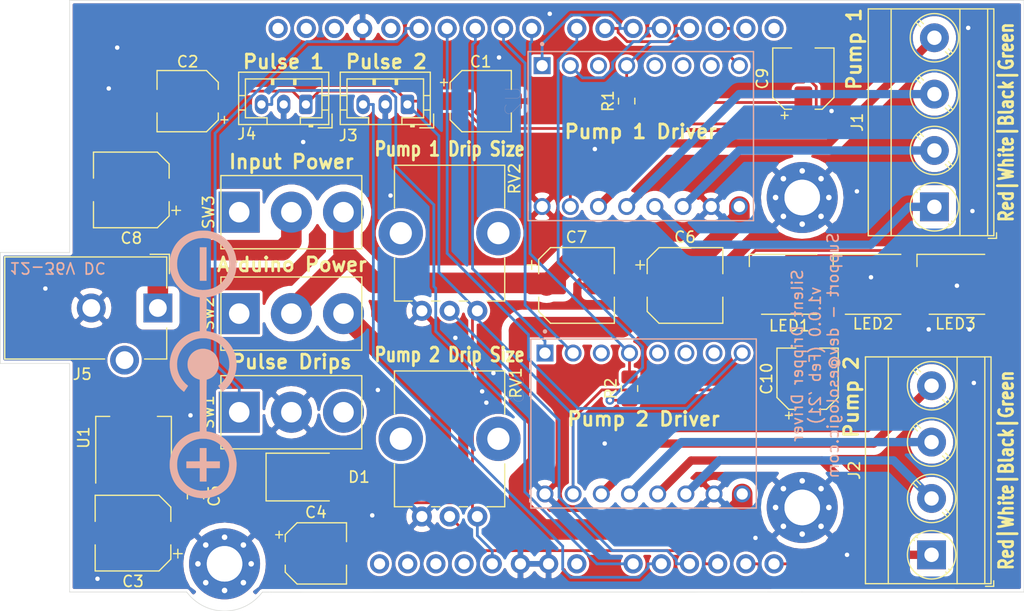
<source format=kicad_pcb>
(kicad_pcb (version 20171130) (host pcbnew 5.1.9-73d0e3b20d~88~ubuntu18.04.1)
  (title_block (title "Silent Dripper Driver") (date 2021-02-13) (rev v1.0.0) (company www.esologic.com) (comment 2 "For support, email dev@esologic.com, see esologic.com/silent-dripper for project overview.") (comment 3 "Heartbeat sensors can be found here: https://pulsesensor.com/") (comment 4 "Designed to drive two XP88-ST01 Peristaltic Pumps."))
  (layers (0 F.Cu signal hide) (31 B.Cu signal hide) (34 B.Paste user) (35 F.Paste user) (36 B.SilkS user) (37 F.SilkS user) (38 B.Mask user) (39 F.Mask user) (44 Edge.Cuts user))
  (net 0 "")
  (net 1 +12V)
  (net 2 GND)
  (net 3 +5V)
  (net 4 "Net-(J3-Pad3)")
  (net 5 TMC_1_EN_PIN)
  (net 6 "Net-(U2-PadJP1_7)")
  (net 7 "Net-(U2-PadJP1_6)")
  (net 8 "Net-(U2-PadJP1_5)")
  (net 9 TMC_1_SW_RX)
  (net 10 "Net-(U2-PadJP1_3)")
  (net 11 TMC_1_STEP_PIN)
  (net 12 TMC_1_DIR_PIN)
  (net 13 TMC_2_DIR_PIN)
  (net 14 TMC_2_STEP_PIN)
  (net 15 "Net-(U3-PadJP1_3)")
  (net 16 TMC_2_SW_RX)
  (net 17 "Net-(U3-PadJP1_5)")
  (net 18 "Net-(U3-PadJP1_6)")
  (net 19 "Net-(U3-PadJP1_7)")
  (net 20 TMC_2_EN_PIN)
  (net 21 "Net-(XA1-PadVIN)")
  (net 22 "Net-(XA1-Pad3V3)")
  (net 23 "Net-(XA1-PadRST1)")
  (net 24 "Net-(XA1-PadIORF)")
  (net 25 "Net-(XA1-PadD0)")
  (net 26 "Net-(XA1-PadD1)")
  (net 27 TMC_1_SW_TX)
  (net 28 TMC_2_SW_TX)
  (net 29 "Net-(XA1-PadSCL)")
  (net 30 "Net-(XA1-PadSDA)")
  (net 31 "Net-(XA1-PadAREF)")
  (net 32 "Net-(XA1-PadD13)")
  (net 33 "Net-(J4-Pad3)")
  (net 34 "Net-(LED1-Pad5)")
  (net 35 "Net-(LED1-Pad6)")
  (net 36 "Net-(LED2-Pad6)")
  (net 37 "Net-(LED2-Pad5)")
  (net 38 "Net-(LED3-Pad5)")
  (net 39 "Net-(LED3-Pad6)")
  (net 40 "Net-(SW1-Pad1)")
  (net 41 "Net-(SW1-Pad3)")
  (net 42 "Net-(SW2-Pad1)")
  (net 43 "Net-(SW3-Pad1)")
  (net 44 /Motor1_Green)
  (net 45 /Motor1_Black)
  (net 46 /Motor1_White)
  (net 47 /Motor1_Red)
  (net 48 /Motor2_Red)
  (net 49 /Motor2_White)
  (net 50 /Motor2_Black)
  (net 51 /Motor2_Green)
  (net 52 /Input_Trace_4)
  (net 53 /Input_Trace_3)
  (net 54 /Input_Trace_1)
  (net 55 LED_DATA_PIN)
  (net 56 LED_CLOCK_PIN)
  (net 57 /Pump_2_Drip_Size)
  (net 58 /Pump_1_Drip_Size)
  (module Arduino:Arduino_Uno_Shield (layer F.Cu) (at 108.025 127.71)
    (fp_text reference XA1 hide)
    (fp_text value Arduino_Uno_Shield hide)
    (pad A5 thru_hole oval (at 63.5 -2.54) (size 1.7272 1.7272) (drill 1.016) (layers *.Cu *.Mask) (net 55 LED_DATA_PIN))
    (pad A4 thru_hole oval (at 60.96 -2.54) (size 1.7272 1.7272) (drill 1.016) (layers *.Cu *.Mask) (net 56 LED_CLOCK_PIN))
    (pad A3 thru_hole oval (at 58.42 -2.54) (size 1.7272 1.7272) (drill 1.016) (layers *.Cu *.Mask) (net 57 /Pump_2_Drip_Size))
    (pad A2 thru_hole oval (at 55.88 -2.54) (size 1.7272 1.7272) (drill 1.016) (layers *.Cu *.Mask) (net 58 /Pump_1_Drip_Size))
    (pad A1 thru_hole oval (at 53.34 -2.54) (size 1.7272 1.7272) (drill 1.016) (layers *.Cu *.Mask) (net 4 "Net-(J3-Pad3)"))
    (pad "" thru_hole oval (at 27.94 -2.54) (size 1.7272 1.7272) (drill 1.016) (layers *.Cu *.Mask))
    (pad D11 thru_hole oval (at 34.036 -50.8) (size 1.7272 1.7272) (drill 1.016) (layers *.Cu *.Mask) (net 20 TMC_2_EN_PIN))
    (pad D12 thru_hole oval (at 31.496 -50.8) (size 1.7272 1.7272) (drill 1.016) (layers *.Cu *.Mask) (net 40 "Net-(SW1-Pad1)"))
    (pad D13 thru_hole oval (at 28.956 -50.8) (size 1.7272 1.7272) (drill 1.016) (layers *.Cu *.Mask) (net 32 "Net-(XA1-PadD13)"))
    (pad AREF thru_hole oval (at 23.876 -50.8) (size 1.7272 1.7272) (drill 1.016) (layers *.Cu *.Mask) (net 31 "Net-(XA1-PadAREF)"))
    (pad SDA thru_hole oval (at 21.336 -50.8) (size 1.7272 1.7272) (drill 1.016) (layers *.Cu *.Mask) (net 30 "Net-(XA1-PadSDA)"))
    (pad SCL thru_hole oval (at 18.796 -50.8) (size 1.7272 1.7272) (drill 1.016) (layers *.Cu *.Mask) (net 29 "Net-(XA1-PadSCL)"))
    (pad "" np_thru_hole circle (at 13.97 -2.54) (size 3.2 3.2) (drill 3.2) (layers *.Cu *.Mask))
    (pad "" np_thru_hole circle (at 66.04 -35.56) (size 3.2 3.2) (drill 3.2) (layers *.Cu *.Mask))
    (pad "" np_thru_hole circle (at 66.04 -7.62) (size 3.2 3.2) (drill 3.2) (layers *.Cu *.Mask))
    (pad D10 thru_hole oval (at 36.576 -50.8) (size 1.7272 1.7272) (drill 1.016) (layers *.Cu *.Mask) (net 13 TMC_2_DIR_PIN))
    (pad D9 thru_hole oval (at 39.116 -50.8) (size 1.7272 1.7272) (drill 1.016) (layers *.Cu *.Mask) (net 14 TMC_2_STEP_PIN))
    (pad D8 thru_hole oval (at 41.656 -50.8) (size 1.7272 1.7272) (drill 1.016) (layers *.Cu *.Mask) (net 16 TMC_2_SW_RX))
    (pad GND1 thru_hole oval (at 26.416 -50.8) (size 1.7272 1.7272) (drill 1.016) (layers *.Cu *.Mask) (net 2 GND))
    (pad D7 thru_hole oval (at 45.72 -50.8) (size 1.7272 1.7272) (drill 1.016) (layers *.Cu *.Mask) (net 28 TMC_2_SW_TX))
    (pad D6 thru_hole oval (at 48.26 -50.8) (size 1.7272 1.7272) (drill 1.016) (layers *.Cu *.Mask) (net 5 TMC_1_EN_PIN))
    (pad D5 thru_hole oval (at 50.8 -50.8) (size 1.7272 1.7272) (drill 1.016) (layers *.Cu *.Mask) (net 12 TMC_1_DIR_PIN))
    (pad D4 thru_hole oval (at 53.34 -50.8) (size 1.7272 1.7272) (drill 1.016) (layers *.Cu *.Mask) (net 11 TMC_1_STEP_PIN))
    (pad D3 thru_hole oval (at 55.88 -50.8) (size 1.7272 1.7272) (drill 1.016) (layers *.Cu *.Mask) (net 9 TMC_1_SW_RX))
    (pad D2 thru_hole oval (at 58.42 -50.8) (size 1.7272 1.7272) (drill 1.016) (layers *.Cu *.Mask) (net 27 TMC_1_SW_TX))
    (pad D1 thru_hole oval (at 60.96 -50.8) (size 1.7272 1.7272) (drill 1.016) (layers *.Cu *.Mask) (net 26 "Net-(XA1-PadD1)"))
    (pad D0 thru_hole oval (at 63.5 -50.8) (size 1.7272 1.7272) (drill 1.016) (layers *.Cu *.Mask) (net 25 "Net-(XA1-PadD0)"))
    (pad IORF thru_hole oval (at 30.48 -2.54) (size 1.7272 1.7272) (drill 1.016) (layers *.Cu *.Mask) (net 24 "Net-(XA1-PadIORF)"))
    (pad RST1 thru_hole oval (at 33.02 -2.54) (size 1.7272 1.7272) (drill 1.016) (layers *.Cu *.Mask) (net 23 "Net-(XA1-PadRST1)"))
    (pad 3V3 thru_hole oval (at 35.56 -2.54) (size 1.7272 1.7272) (drill 1.016) (layers *.Cu *.Mask) (net 22 "Net-(XA1-Pad3V3)"))
    (pad 5V1 thru_hole oval (at 38.1 -2.54) (size 1.7272 1.7272) (drill 1.016) (layers *.Cu *.Mask) (net 3 +5V))
    (pad GND2 thru_hole oval (at 40.64 -2.54) (size 1.7272 1.7272) (drill 1.016) (layers *.Cu *.Mask) (net 2 GND))
    (pad GND3 thru_hole oval (at 43.18 -2.54) (size 1.7272 1.7272) (drill 1.016) (layers *.Cu *.Mask) (net 2 GND))
    (pad VIN thru_hole oval (at 45.72 -2.54) (size 1.7272 1.7272) (drill 1.016) (layers *.Cu *.Mask) (net 21 "Net-(XA1-PadVIN)"))
    (pad A0 thru_hole oval (at 50.8 -2.54) (size 1.7272 1.7272) (drill 1.016) (layers *.Cu *.Mask) (net 33 "Net-(J4-Pad3)"))
  )
  (module TMC2208_SILENTSTEPSTICK:MODULE_TMC2208_SILENTSTEPSTICK (layer B.Cu) (at 159.766 112.522 270)
    (fp_text reference U3 (at -3.155 11.489 270) (layer B.SilkS) (effects (font (size 1.4 1.4) (thickness 0.015)) (justify mirror)))
    (fp_text value TMC2208_SILENTSTEPSTICK hide)
    (pad JP1_1 thru_hole rect (at -6.35 8.89 270) (size 1.524 1.524) (drill 1.016) (layers *.Cu *.Mask) (net 13 TMC_2_DIR_PIN))
    (pad JP1_2 thru_hole circle (at -6.35 6.35 270) (size 1.524 1.524) (drill 1.016) (layers *.Cu *.Mask) (net 14 TMC_2_STEP_PIN))
    (pad JP1_3 thru_hole circle (at -6.35 3.81 270) (size 1.524 1.524) (drill 1.016) (layers *.Cu *.Mask) (net 15 "Net-(U3-PadJP1_3)"))
    (pad JP1_4 thru_hole circle (at -6.35 1.27 270) (size 1.524 1.524) (drill 1.016) (layers *.Cu *.Mask) (net 16 TMC_2_SW_RX))
    (pad JP1_5 thru_hole circle (at -6.35 -1.27 270) (size 1.524 1.524) (drill 1.016) (layers *.Cu *.Mask) (net 17 "Net-(U3-PadJP1_5)"))
    (pad JP1_6 thru_hole circle (at -6.35 -3.81 270) (size 1.524 1.524) (drill 1.016) (layers *.Cu *.Mask) (net 18 "Net-(U3-PadJP1_6)"))
    (pad JP1_7 thru_hole circle (at -6.35 -6.35 270) (size 1.524 1.524) (drill 1.016) (layers *.Cu *.Mask) (net 19 "Net-(U3-PadJP1_7)"))
    (pad JP1_8 thru_hole circle (at -6.35 -8.89 270) (size 1.524 1.524) (drill 1.016) (layers *.Cu *.Mask) (net 20 TMC_2_EN_PIN))
    (pad JP2_1 thru_hole circle (at 6.35 -8.89 270) (size 1.524 1.524) (drill 1.016) (layers *.Cu *.Mask) (net 1 +12V))
    (pad JP2_2 thru_hole circle (at 6.35 -6.35 270) (size 1.524 1.524) (drill 1.016) (layers *.Cu *.Mask) (net 2 GND))
    (pad JP2_3 thru_hole circle (at 6.35 -3.81 270) (size 1.524 1.524) (drill 1.016) (layers *.Cu *.Mask) (net 49 /Motor2_White))
    (pad JP2_4 thru_hole circle (at 6.35 -1.27 270) (size 1.524 1.524) (drill 1.016) (layers *.Cu *.Mask) (net 48 /Motor2_Red))
    (pad JP2_5 thru_hole circle (at 6.35 1.27 270) (size 1.524 1.524) (drill 1.016) (layers *.Cu *.Mask) (net 50 /Motor2_Black))
    (pad JP2_6 thru_hole circle (at 6.35 3.81 270) (size 1.524 1.524) (drill 1.016) (layers *.Cu *.Mask) (net 51 /Motor2_Green))
    (pad JP2_7 thru_hole circle (at 6.35 6.35 270) (size 1.524 1.524) (drill 1.016) (layers *.Cu *.Mask) (net 3 +5V))
    (pad JP2_8 thru_hole circle (at 6.35 8.89 270) (size 1.524 1.524) (drill 1.016) (layers *.Cu *.Mask) (net 2 GND))
  )
  (module TMC2208_SILENTSTEPSTICK:MODULE_TMC2208_SILENTSTEPSTICK (layer B.Cu) (at 159.512 86.614 270)
    (fp_text reference U2 (at -3.155 11.489 270) (layer B.SilkS) (effects (font (size 1.4 1.4) (thickness 0.015)) (justify mirror)))
    (fp_text value TMC2208_SILENTSTEPSTICK hide)
    (pad JP2_8 thru_hole circle (at 6.35 8.89 270) (size 1.524 1.524) (drill 1.016) (layers *.Cu *.Mask) (net 2 GND))
    (pad JP2_7 thru_hole circle (at 6.35 6.35 270) (size 1.524 1.524) (drill 1.016) (layers *.Cu *.Mask) (net 3 +5V))
    (pad JP2_6 thru_hole circle (at 6.35 3.81 270) (size 1.524 1.524) (drill 1.016) (layers *.Cu *.Mask) (net 44 /Motor1_Green))
    (pad JP2_5 thru_hole circle (at 6.35 1.27 270) (size 1.524 1.524) (drill 1.016) (layers *.Cu *.Mask) (net 45 /Motor1_Black))
    (pad JP2_4 thru_hole circle (at 6.35 -1.27 270) (size 1.524 1.524) (drill 1.016) (layers *.Cu *.Mask) (net 47 /Motor1_Red))
    (pad JP2_3 thru_hole circle (at 6.35 -3.81 270) (size 1.524 1.524) (drill 1.016) (layers *.Cu *.Mask) (net 46 /Motor1_White))
    (pad JP2_2 thru_hole circle (at 6.35 -6.35 270) (size 1.524 1.524) (drill 1.016) (layers *.Cu *.Mask) (net 2 GND))
    (pad JP2_1 thru_hole circle (at 6.35 -8.89 270) (size 1.524 1.524) (drill 1.016) (layers *.Cu *.Mask) (net 1 +12V))
    (pad JP1_8 thru_hole circle (at -6.35 -8.89 270) (size 1.524 1.524) (drill 1.016) (layers *.Cu *.Mask) (net 5 TMC_1_EN_PIN))
    (pad JP1_7 thru_hole circle (at -6.35 -6.35 270) (size 1.524 1.524) (drill 1.016) (layers *.Cu *.Mask) (net 6 "Net-(U2-PadJP1_7)"))
    (pad JP1_6 thru_hole circle (at -6.35 -3.81 270) (size 1.524 1.524) (drill 1.016) (layers *.Cu *.Mask) (net 7 "Net-(U2-PadJP1_6)"))
    (pad JP1_5 thru_hole circle (at -6.35 -1.27 270) (size 1.524 1.524) (drill 1.016) (layers *.Cu *.Mask) (net 8 "Net-(U2-PadJP1_5)"))
    (pad JP1_4 thru_hole circle (at -6.35 1.27 270) (size 1.524 1.524) (drill 1.016) (layers *.Cu *.Mask) (net 9 TMC_1_SW_RX))
    (pad JP1_3 thru_hole circle (at -6.35 3.81 270) (size 1.524 1.524) (drill 1.016) (layers *.Cu *.Mask) (net 10 "Net-(U2-PadJP1_3)"))
    (pad JP1_2 thru_hole circle (at -6.35 6.35 270) (size 1.524 1.524) (drill 1.016) (layers *.Cu *.Mask) (net 11 TMC_1_STEP_PIN))
    (pad JP1_1 thru_hole rect (at -6.35 8.89 270) (size 1.524 1.524) (drill 1.016) (layers *.Cu *.Mask) (net 12 TMC_1_DIR_PIN))
  )
  (module Symbol:Polarity_Center_Positive_6mm_SilkScreen (layer B.Cu) (at 120.0658 107.188 270)
    (fp_text reference REF** hide)
    (fp_text value Polarity_Center_Positive_6mm_SilkScreen hide)
  )
  (module Capacitor_SMD:CP_Elec_5x5.7 (layer F.Cu) (at 145.085 83.4644)
    (fp_text reference C1 (at 0 -3.556) (layer F.SilkS))
    (fp_text value 47uF/6.3V)
    (pad 1 smd roundrect (at -2.2 0) (size 3 1.6) (layers F.Cu F.Paste F.Mask) (roundrect_rratio 0.15625) (net 3 +5V))
    (pad 2 smd roundrect (at 2.2 0) (size 3 1.6) (layers F.Cu F.Paste F.Mask) (roundrect_rratio 0.15625) (net 2 GND))
  )
  (module Capacitor_SMD:CP_Elec_5x5.7 (layer F.Cu) (at 118.669 83.4644 180)
    (fp_text reference C2 (at 0 3.556) (layer F.SilkS))
    (fp_text value 47uF/6.3V)
    (pad 2 smd roundrect (at 2.2 0 180) (size 3 1.6) (layers F.Cu F.Paste F.Mask) (roundrect_rratio 0.15625) (net 2 GND))
    (pad 1 smd roundrect (at -2.2 0 180) (size 3 1.6) (layers F.Cu F.Paste F.Mask) (roundrect_rratio 0.15625) (net 3 +5V))
  )
  (module Capacitor_SMD:CP_Elec_6.3x5.8 (layer F.Cu) (at 113.741 122.403 180)
    (fp_text reference C3 (at 0 -4.35) (layer F.SilkS))
    (fp_text value 47uF/25V)
    (pad 1 smd roundrect (at -2.7 0 180) (size 3.5 1.6) (layers F.Cu F.Paste F.Mask) (roundrect_rratio 0.15625) (net 52 /Input_Trace_4))
    (pad 2 smd roundrect (at 2.7 0 180) (size 3.5 1.6) (layers F.Cu F.Paste F.Mask) (roundrect_rratio 0.15625) (net 2 GND))
  )
  (module Capacitor_SMD:CP_Elec_5x5.7 (layer F.Cu) (at 130.226 124.231)
    (fp_text reference C4 (at 0 -3.7) (layer F.SilkS))
    (fp_text value 47uF/6.3V)
    (pad 1 smd roundrect (at -2.2 0) (size 3 1.6) (layers F.Cu F.Paste F.Mask) (roundrect_rratio 0.15625) (net 3 +5V))
    (pad 2 smd roundrect (at 2.2 0) (size 3 1.6) (layers F.Cu F.Paste F.Mask) (roundrect_rratio 0.15625) (net 2 GND))
  )
  (module Capacitor_SMD:CP_Elec_6.3x5.8 (layer F.Cu) (at 163.5 100.076)
    (fp_text reference C6 (at 0 -4.35) (layer F.SilkS))
    (fp_text value 100uF)
    (pad 2 smd roundrect (at 2.7 0) (size 3.5 1.6) (layers F.Cu F.Paste F.Mask) (roundrect_rratio 0.15625) (net 2 GND))
    (pad 1 smd roundrect (at -2.7 0) (size 3.5 1.6) (layers F.Cu F.Paste F.Mask) (roundrect_rratio 0.15625) (net 1 +12V))
  )
  (module Capacitor_SMD:CP_Elec_6.3x5.8 (layer F.Cu) (at 153.721 100.076)
    (fp_text reference C7 (at 0 -4.35) (layer F.SilkS))
    (fp_text value 100uF)
    (pad 1 smd roundrect (at -2.7 0) (size 3.5 1.6) (layers F.Cu F.Paste F.Mask) (roundrect_rratio 0.15625) (net 1 +12V))
    (pad 2 smd roundrect (at 2.7 0) (size 3.5 1.6) (layers F.Cu F.Paste F.Mask) (roundrect_rratio 0.15625) (net 2 GND))
  )
  (module MountingHole:MountingHole_3.2mm_M3_Pad_Via (layer F.Cu) (at 174.065 92.15)
    (fp_text reference H2 hide)
    (fp_text value MountingHole_Pad)
    (pad 1 thru_hole circle (at 1.697056 -1.697056) (size 0.8 0.8) (drill 0.5) (layers *.Cu *.Mask) (net 2 GND))
    (pad 1 thru_hole circle (at 0 -2.4) (size 0.8 0.8) (drill 0.5) (layers *.Cu *.Mask) (net 2 GND))
    (pad 1 thru_hole circle (at -1.697056 -1.697056) (size 0.8 0.8) (drill 0.5) (layers *.Cu *.Mask) (net 2 GND))
    (pad 1 thru_hole circle (at -2.4 0) (size 0.8 0.8) (drill 0.5) (layers *.Cu *.Mask) (net 2 GND))
    (pad 1 thru_hole circle (at -1.697056 1.697056) (size 0.8 0.8) (drill 0.5) (layers *.Cu *.Mask) (net 2 GND))
    (pad 1 thru_hole circle (at 0 2.4) (size 0.8 0.8) (drill 0.5) (layers *.Cu *.Mask) (net 2 GND))
    (pad 1 thru_hole circle (at 1.697056 1.697056) (size 0.8 0.8) (drill 0.5) (layers *.Cu *.Mask) (net 2 GND))
    (pad 1 thru_hole circle (at 2.4 0) (size 0.8 0.8) (drill 0.5) (layers *.Cu *.Mask) (net 2 GND))
    (pad 1 thru_hole circle (at 0 0) (size 6.4 6.4) (drill 3.2) (layers *.Cu *.Mask) (net 2 GND))
  )
  (module MountingHole:MountingHole_3.2mm_M3_Pad_Via (layer F.Cu) (at 121.995 125.17)
    (fp_text reference H3 hide)
    (fp_text value MountingHole_Pad)
    (pad 1 thru_hole circle (at 0 0) (size 6.4 6.4) (drill 3.2) (layers *.Cu *.Mask) (net 2 GND))
    (pad 1 thru_hole circle (at 2.4 0) (size 0.8 0.8) (drill 0.5) (layers *.Cu *.Mask) (net 2 GND))
    (pad 1 thru_hole circle (at 1.697056 1.697056) (size 0.8 0.8) (drill 0.5) (layers *.Cu *.Mask) (net 2 GND))
    (pad 1 thru_hole circle (at 0 2.4) (size 0.8 0.8) (drill 0.5) (layers *.Cu *.Mask) (net 2 GND))
    (pad 1 thru_hole circle (at -1.697056 1.697056) (size 0.8 0.8) (drill 0.5) (layers *.Cu *.Mask) (net 2 GND))
    (pad 1 thru_hole circle (at -2.4 0) (size 0.8 0.8) (drill 0.5) (layers *.Cu *.Mask) (net 2 GND))
    (pad 1 thru_hole circle (at -1.697056 -1.697056) (size 0.8 0.8) (drill 0.5) (layers *.Cu *.Mask) (net 2 GND))
    (pad 1 thru_hole circle (at 0 -2.4) (size 0.8 0.8) (drill 0.5) (layers *.Cu *.Mask) (net 2 GND))
    (pad 1 thru_hole circle (at 1.697056 -1.697056) (size 0.8 0.8) (drill 0.5) (layers *.Cu *.Mask) (net 2 GND))
  )
  (module MountingHole:MountingHole_3.2mm_M3_Pad_Via (layer F.Cu) (at 174.065 120.09)
    (fp_text reference H4 hide)
    (fp_text value MountingHole_Pad)
    (pad 1 thru_hole circle (at 1.697056 -1.697056) (size 0.8 0.8) (drill 0.5) (layers *.Cu *.Mask) (net 2 GND))
    (pad 1 thru_hole circle (at 0 -2.4) (size 0.8 0.8) (drill 0.5) (layers *.Cu *.Mask) (net 2 GND))
    (pad 1 thru_hole circle (at -1.697056 -1.697056) (size 0.8 0.8) (drill 0.5) (layers *.Cu *.Mask) (net 2 GND))
    (pad 1 thru_hole circle (at -2.4 0) (size 0.8 0.8) (drill 0.5) (layers *.Cu *.Mask) (net 2 GND))
    (pad 1 thru_hole circle (at -1.697056 1.697056) (size 0.8 0.8) (drill 0.5) (layers *.Cu *.Mask) (net 2 GND))
    (pad 1 thru_hole circle (at 0 2.4) (size 0.8 0.8) (drill 0.5) (layers *.Cu *.Mask) (net 2 GND))
    (pad 1 thru_hole circle (at 1.697056 1.697056) (size 0.8 0.8) (drill 0.5) (layers *.Cu *.Mask) (net 2 GND))
    (pad 1 thru_hole circle (at 2.4 0) (size 0.8 0.8) (drill 0.5) (layers *.Cu *.Mask) (net 2 GND))
    (pad 1 thru_hole circle (at 0 0) (size 6.4 6.4) (drill 3.2) (layers *.Cu *.Mask) (net 2 GND))
  )
  (module TerminalBlock_Phoenix:TerminalBlock_Phoenix_MKDS-3-4-5.08_1x04_P5.08mm_Horizontal (layer F.Cu) (at 185.979 92.9894 90)
    (fp_text reference J1 (at 7.62 -6.96 90) (layer F.SilkS))
    (fp_text value Screw_Terminal_01x04)
    (pad 4 thru_hole circle (at 15.24 0 90) (size 2.6 2.6) (drill 1.3) (layers *.Cu *.Mask) (net 44 /Motor1_Green))
    (pad 3 thru_hole circle (at 10.16 0 90) (size 2.6 2.6) (drill 1.3) (layers *.Cu *.Mask) (net 45 /Motor1_Black))
    (pad 2 thru_hole circle (at 5.08 0 90) (size 2.6 2.6) (drill 1.3) (layers *.Cu *.Mask) (net 46 /Motor1_White))
    (pad 1 thru_hole rect (at 0 0 90) (size 2.6 2.6) (drill 1.3) (layers *.Cu *.Mask) (net 47 /Motor1_Red))
  )
  (module TerminalBlock_Phoenix:TerminalBlock_Phoenix_MKDS-3-4-5.08_1x04_P5.08mm_Horizontal (layer F.Cu) (at 185.725 124.358 90)
    (fp_text reference J2 (at 7.62 -6.96 90) (layer F.SilkS))
    (fp_text value Screw_Terminal_01x04)
    (pad 1 thru_hole rect (at 0 0 90) (size 2.6 2.6) (drill 1.3) (layers *.Cu *.Mask) (net 48 /Motor2_Red))
    (pad 2 thru_hole circle (at 5.08 0 90) (size 2.6 2.6) (drill 1.3) (layers *.Cu *.Mask) (net 49 /Motor2_White))
    (pad 3 thru_hole circle (at 10.16 0 90) (size 2.6 2.6) (drill 1.3) (layers *.Cu *.Mask) (net 50 /Motor2_Black))
    (pad 4 thru_hole circle (at 15.24 0 90) (size 2.6 2.6) (drill 1.3) (layers *.Cu *.Mask) (net 51 /Motor2_Green))
  )
  (module Connector_JST:JST_PH_B3B-PH-K_1x03_P2.00mm_Vertical (layer F.Cu) (at 138.481 83.7604 180)
    (fp_text reference J3 (at 5.334 -2.794) (layer F.SilkS))
    (fp_text value Conn_01x03_Female)
    (pad 3 thru_hole oval (at 4 0 180) (size 1.2 1.75) (drill 0.75) (layers *.Cu *.Mask) (net 4 "Net-(J3-Pad3)"))
    (pad 2 thru_hole oval (at 2 0 180) (size 1.2 1.75) (drill 0.75) (layers *.Cu *.Mask) (net 2 GND))
    (pad 1 thru_hole roundrect (at 0 0 180) (size 1.2 1.75) (drill 0.75) (layers *.Cu *.Mask) (roundrect_rratio 0.2083325) (net 3 +5V))
  )
  (module Connector_JST:JST_PH_B3B-PH-K_1x03_P2.00mm_Vertical (layer F.Cu) (at 129.325 83.7604 180)
    (fp_text reference J4 (at 5.334 -2.667) (layer F.SilkS))
    (fp_text value Conn_01x03_Female)
    (pad 1 thru_hole roundrect (at 0 0 180) (size 1.2 1.75) (drill 0.75) (layers *.Cu *.Mask) (roundrect_rratio 0.2083325) (net 3 +5V))
    (pad 2 thru_hole oval (at 2 0 180) (size 1.2 1.75) (drill 0.75) (layers *.Cu *.Mask) (net 2 GND))
    (pad 3 thru_hole oval (at 4 0 180) (size 1.2 1.75) (drill 0.75) (layers *.Cu *.Mask) (net 33 "Net-(J4-Pad3)"))
  )
  (module Connector_BarrelJack:BarrelJack_CUI_PJ-102AH_Horizontal (layer F.Cu) (at 115.982 102.108 270)
    (fp_text reference J5 (at 5.969 6.8128) (layer F.SilkS))
    (fp_text value Barrel_Jack)
    (pad 1 thru_hole rect (at 0 0 270) (size 2.6 2.6) (drill 1.6) (layers *.Cu *.Mask) (net 54 /Input_Trace_1))
    (pad 2 thru_hole circle (at 0 6 270) (size 2.6 2.6) (drill 1.6) (layers *.Cu *.Mask) (net 2 GND))
    (pad 3 thru_hole circle (at 4.7 3 270) (size 2.6 2.6) (drill 1.6) (layers *.Cu *.Mask))
  )
  (module LED_SMD:LED_RGB_5050-6 (layer F.Cu) (at 172.898 99.9744)
    (fp_text reference LED1 (at 0 3.732 180) (layer F.SilkS))
    (fp_text value APA102)
    (pad 1 smd rect (at -2.4 -1.7 90) (size 1.1 2) (layers F.Cu F.Paste F.Mask) (net 55 LED_DATA_PIN))
    (pad 2 smd rect (at -2.4 0 90) (size 1.1 2) (layers F.Cu F.Paste F.Mask) (net 56 LED_CLOCK_PIN))
    (pad 3 smd rect (at -2.4 1.7 90) (size 1.1 2) (layers F.Cu F.Paste F.Mask) (net 2 GND))
    (pad 4 smd rect (at 2.4 1.7 90) (size 1.1 2) (layers F.Cu F.Paste F.Mask) (net 3 +5V))
    (pad 5 smd rect (at 2.4 0 90) (size 1.1 2) (layers F.Cu F.Paste F.Mask) (net 34 "Net-(LED1-Pad5)"))
    (pad 6 smd rect (at 2.4 -1.7 90) (size 1.1 2) (layers F.Cu F.Paste F.Mask) (net 35 "Net-(LED1-Pad6)"))
  )
  (module LED_SMD:LED_RGB_5050-6 (layer F.Cu) (at 180.454 99.9744)
    (fp_text reference LED2 (at 0 3.556 180) (layer F.SilkS))
    (fp_text value APA102)
    (pad 6 smd rect (at 2.4 -1.7 90) (size 1.1 2) (layers F.Cu F.Paste F.Mask) (net 36 "Net-(LED2-Pad6)"))
    (pad 5 smd rect (at 2.4 0 90) (size 1.1 2) (layers F.Cu F.Paste F.Mask) (net 37 "Net-(LED2-Pad5)"))
    (pad 4 smd rect (at 2.4 1.7 90) (size 1.1 2) (layers F.Cu F.Paste F.Mask) (net 3 +5V))
    (pad 3 smd rect (at -2.4 1.7 90) (size 1.1 2) (layers F.Cu F.Paste F.Mask) (net 2 GND))
    (pad 2 smd rect (at -2.4 0 90) (size 1.1 2) (layers F.Cu F.Paste F.Mask) (net 34 "Net-(LED1-Pad5)"))
    (pad 1 smd rect (at -2.4 -1.7 90) (size 1.1 2) (layers F.Cu F.Paste F.Mask) (net 35 "Net-(LED1-Pad6)"))
  )
  (module LED_SMD:LED_RGB_5050-6 (layer F.Cu) (at 188.011 99.9744)
    (fp_text reference LED3 (at -0.127 3.556 180) (layer F.SilkS))
    (fp_text value APA102)
    (pad 1 smd rect (at -2.4 -1.7 90) (size 1.1 2) (layers F.Cu F.Paste F.Mask) (net 36 "Net-(LED2-Pad6)"))
    (pad 2 smd rect (at -2.4 0 90) (size 1.1 2) (layers F.Cu F.Paste F.Mask) (net 37 "Net-(LED2-Pad5)"))
    (pad 3 smd rect (at -2.4 1.7 90) (size 1.1 2) (layers F.Cu F.Paste F.Mask) (net 2 GND))
    (pad 4 smd rect (at 2.4 1.7 90) (size 1.1 2) (layers F.Cu F.Paste F.Mask) (net 3 +5V))
    (pad 5 smd rect (at 2.4 0 90) (size 1.1 2) (layers F.Cu F.Paste F.Mask) (net 38 "Net-(LED3-Pad5)"))
    (pad 6 smd rect (at 2.4 -1.7 90) (size 1.1 2) (layers F.Cu F.Paste F.Mask) (net 39 "Net-(LED3-Pad6)"))
  )
  (module Capacitor_SMD:C_0805_2012Metric_Pad1.18x1.45mm_HandSolder (layer F.Cu) (at 158.242 83.4605 90)
    (fp_text reference R1 (at 0 -1.68 90) (layer F.SilkS))
    (fp_text value 1k)
    (pad 1 smd roundrect (at -1.0375 0 90) (size 1.175 1.45) (layers F.Cu F.Paste F.Mask) (roundrect_rratio 0.2127659574468085) (net 27 TMC_1_SW_TX))
    (pad 2 smd roundrect (at 1.0375 0 90) (size 1.175 1.45) (layers F.Cu F.Paste F.Mask) (roundrect_rratio 0.2127659574468085) (net 9 TMC_1_SW_RX))
  )
  (module Capacitor_SMD:C_0805_2012Metric_Pad1.18x1.45mm_HandSolder (layer F.Cu) (at 158.496 109.368 90)
    (fp_text reference R2 (at 0 -1.68 90) (layer F.SilkS))
    (fp_text value 1k)
    (pad 2 smd roundrect (at 1.0375 0 90) (size 1.175 1.45) (layers F.Cu F.Paste F.Mask) (roundrect_rratio 0.2127659574468085) (net 16 TMC_2_SW_RX))
    (pad 1 smd roundrect (at -1.0375 0 90) (size 1.175 1.45) (layers F.Cu F.Paste F.Mask) (roundrect_rratio 0.2127659574468085) (net 28 TMC_2_SW_TX))
  )
  (module Potentiometer_THT:Potentiometer_Bourns_PTV09A-1_Single_Vertical (layer F.Cu) (at 144.78 120.904 90)
    (fp_text reference RV1 (at 12.0396 3.4798 270) (layer F.SilkS))
    (fp_text value R_POT)
    (pad 3 thru_hole circle (at 0 -5 90) (size 1.8 1.8) (drill 1) (layers *.Cu *.Mask) (net 2 GND))
    (pad 2 thru_hole circle (at 0 -2.5 90) (size 1.8 1.8) (drill 1) (layers *.Cu *.Mask) (net 57 /Pump_2_Drip_Size))
    (pad 1 thru_hole circle (at 0 0 90) (size 1.8 1.8) (drill 1) (layers *.Cu *.Mask) (net 3 +5V))
    (pad "" np_thru_hole circle (at 7 -6.9 90) (size 4 4) (drill 2) (layers *.Cu *.Mask))
    (pad "" np_thru_hole circle (at 7 1.9 90) (size 4 4) (drill 2) (layers *.Cu *.Mask))
  )
  (module Potentiometer_THT:Potentiometer_Bourns_PTV09A-1_Single_Vertical (layer F.Cu) (at 144.78 102.362 90)
    (fp_text reference RV2 (at 11.9126 3.3528 270) (layer F.SilkS))
    (fp_text value R_POT)
    (pad "" np_thru_hole circle (at 7 1.9 90) (size 4 4) (drill 2) (layers *.Cu *.Mask))
    (pad "" np_thru_hole circle (at 7 -6.9 90) (size 4 4) (drill 2) (layers *.Cu *.Mask))
    (pad 1 thru_hole circle (at 0 0 90) (size 1.8 1.8) (drill 1) (layers *.Cu *.Mask) (net 3 +5V))
    (pad 2 thru_hole circle (at 0 -2.5 90) (size 1.8 1.8) (drill 1) (layers *.Cu *.Mask) (net 58 /Pump_1_Drip_Size))
    (pad 3 thru_hole circle (at 0 -5 90) (size 1.8 1.8) (drill 1) (layers *.Cu *.Mask) (net 2 GND))
  )
  (module E-Switch:500SSP3S1M2QEA (layer F.Cu) (at 128.016 111.506 90)
    (fp_text reference SW1 (at 0 -7.493 90) (layer F.SilkS))
    (fp_text value SW_SPDT)
    (pad 2 thru_hole circle (at 0 0 90) (size 3.7 3.7) (drill 1.85) (layers *.Cu *.Mask) (net 2 GND))
    (pad 1 thru_hole rect (at 0 -4.7 90) (size 3.7 3.7) (drill 1.85) (layers *.Cu *.Mask) (net 40 "Net-(SW1-Pad1)"))
    (pad 3 thru_hole circle (at 0 4.7 90) (size 3.7 3.7) (drill 1.85) (layers *.Cu *.Mask) (net 41 "Net-(SW1-Pad3)"))
  )
  (module E-Switch:500SSP3S1M2QEA (layer F.Cu) (at 128.016 102.616 90)
    (fp_text reference SW2 (at 0 -7.493 90) (layer F.SilkS))
    (fp_text value SW_SPDT)
    (pad 3 thru_hole circle (at 0 4.7 90) (size 3.7 3.7) (drill 1.85) (layers *.Cu *.Mask) (net 53 /Input_Trace_3))
    (pad 1 thru_hole rect (at 0 -4.7 90) (size 3.7 3.7) (drill 1.85) (layers *.Cu *.Mask) (net 42 "Net-(SW2-Pad1)"))
    (pad 2 thru_hole circle (at 0 0 90) (size 3.7 3.7) (drill 1.85) (layers *.Cu *.Mask) (net 1 +12V))
  )
  (module E-Switch:500SSP3S1M2QEA (layer F.Cu) (at 128.016 93.472 90)
    (fp_text reference SW3 (at 0 -7.4676 90) (layer F.SilkS))
    (fp_text value SW_SPDT)
    (pad 2 thru_hole circle (at 0 0 90) (size 3.7 3.7) (drill 1.85) (layers *.Cu *.Mask) (net 54 /Input_Trace_1))
    (pad 1 thru_hole rect (at 0 -4.7 90) (size 3.7 3.7) (drill 1.85) (layers *.Cu *.Mask) (net 43 "Net-(SW3-Pad1)"))
    (pad 3 thru_hole circle (at 0 4.7 90) (size 3.7 3.7) (drill 1.85) (layers *.Cu *.Mask) (net 1 +12V))
  )
  (module Package_TO_SOT_SMD:SOT-223-3_TabPin2 (layer F.Cu) (at 113.792 113.792 90)
    (fp_text reference U1 (at 0 -4.5 90) (layer F.SilkS))
    (fp_text value NCP1117ST50T3G)
    (pad 2 smd rect (at 3.15 0 90) (size 2 3.8) (layers F.Cu F.Paste F.Mask) (net 3 +5V))
    (pad 2 smd rect (at -3.15 0 90) (size 2 1.5) (layers F.Cu F.Paste F.Mask) (net 3 +5V))
    (pad 3 smd rect (at -3.15 2.3 90) (size 2 1.5) (layers F.Cu F.Paste F.Mask) (net 52 /Input_Trace_4))
    (pad 1 smd rect (at -3.15 -2.3 90) (size 2 1.5) (layers F.Cu F.Paste F.Mask) (net 2 GND))
  )
  (module Capacitor_SMD:C_0805_2012Metric_Pad1.18x1.45mm_HandSolder (layer F.Cu) (at 119.38 119.054 270)
    (fp_text reference C5 (at 0 -1.68 90) (layer F.SilkS))
    (fp_text value 100nF)
    (pad 1 smd roundrect (at -1.0375 0 270) (size 1.175 1.45) (layers F.Cu F.Paste F.Mask) (roundrect_rratio 0.2127659574468085) (net 3 +5V))
    (pad 2 smd roundrect (at 1.0375 0 270) (size 1.175 1.45) (layers F.Cu F.Paste F.Mask) (roundrect_rratio 0.2127659574468085) (net 2 GND))
  )
  (module Diode_SMD:D_SMB (layer F.Cu) (at 129.286 117.348)
    (fp_text reference D1 (at 4.826 0) (layer F.SilkS))
    (fp_text value S1MB-13-F)
    (pad 1 smd rect (at -2.15 0) (size 2.5 2.3) (layers F.Cu F.Paste F.Mask) (net 52 /Input_Trace_4))
    (pad 2 smd rect (at 2.15 0) (size 2.5 2.3) (layers F.Cu F.Paste F.Mask) (net 53 /Input_Trace_3))
  )
  (module Capacitor_SMD:CP_Elec_6.3x5.8 (layer F.Cu) (at 113.589 91.4654 180)
    (fp_text reference C8 (at 0 -4.35) (layer F.SilkS))
    (fp_text value 100uF)
    (pad 1 smd roundrect (at -2.7 0 180) (size 3.5 1.6) (layers F.Cu F.Paste F.Mask) (roundrect_rratio 0.15625) (net 54 /Input_Trace_1))
    (pad 2 smd roundrect (at 2.7 0 180) (size 3.5 1.6) (layers F.Cu F.Paste F.Mask) (roundrect_rratio 0.15625) (net 2 GND))
  )
  (module Capacitor_SMD:CP_Elec_5x5.7 (layer F.Cu) (at 174.168 81.4324 90)
    (fp_text reference C9 (at 0 -3.7 90) (layer F.SilkS))
    (fp_text value 47uF/6.3V)
    (pad 1 smd roundrect (at -2.2 0 90) (size 3 1.6) (layers F.Cu F.Paste F.Mask) (roundrect_rratio 0.15625) (net 3 +5V))
    (pad 2 smd roundrect (at 2.2 0 90) (size 3 1.6) (layers F.Cu F.Paste F.Mask) (roundrect_rratio 0.15625) (net 2 GND))
  )
  (module Capacitor_SMD:CP_Elec_5x5.7 (layer F.Cu) (at 174.549 108.483 90)
    (fp_text reference C10 (at 0 -3.7 90) (layer F.SilkS))
    (fp_text value 47uF/6.3V)
    (pad 2 smd roundrect (at 2.2 0 90) (size 3 1.6) (layers F.Cu F.Paste F.Mask) (roundrect_rratio 0.15625) (net 2 GND))
    (pad 1 smd roundrect (at -2.2 0 90) (size 3 1.6) (layers F.Cu F.Paste F.Mask) (roundrect_rratio 0.15625) (net 3 +5V))
  )
  (gr_text Red|White|Black|Green (at 192.4558 116.738 90) (layer F.SilkS) (effects (font (size 1.25 1) (thickness 0.25))))
  (gr_text Red|White|Black|Green (at 192.4558 85.3694 90) (layer F.SilkS) (effects (font (size 1.25 1) (thickness 0.25))))
  (gr_text "Pump 2 Drip Size" (at 142.28 106.3244) (layer F.SilkS) (effects (font (size 1.25 1) (thickness 0.25))))
  (gr_text "Pump 2 Driver" (at 159.766 112.1195) (layer F.SilkS) (effects (font (size 1.25 1.25) (thickness 0.25))))
  (gr_text "Pump 1 Driver" (at 159.512 86.2115) (layer F.SilkS) (effects (font (size 1.25 1.25) (thickness 0.25))))
  (gr_text "Pump 2" (at 178.4858 110.1344 90) (layer F.SilkS) (effects (font (size 1.25 1.25) (thickness 0.25))))
  (gr_text "Pump 1" (at 178.7398 78.7654 90) (layer F.SilkS) (effects (font (size 1.25 1.25) (thickness 0.25))))
  (gr_text "Pump 1 Drip Size" (at 142.28 87.7824) (layer F.SilkS) (effects (font (size 1.25 1) (thickness 0.25))))
  (gr_text "Pulse Drips" (at 128.016 106.9594) (layer F.SilkS) (effects (font (size 1.25 1.25) (thickness 0.25))))
  (gr_text "Arduino Power" (at 128.0668 98.1964) (layer F.SilkS) (effects (font (size 1.25 1.25) (thickness 0.25))))
  (gr_text "Input Power" (at 128.016 88.9254) (layer F.SilkS) (effects (font (size 1.25 1.25) (thickness 0.25))))
  (gr_text "Pulse 2" (at 136.5758 79.9084) (layer F.SilkS) (effects (font (size 1.25 1.25) (thickness 0.25))))
  (gr_text "Pulse 1" (at 127.3048 79.9084) (layer F.SilkS) (effects (font (size 1.25 1.25) (thickness 0.25))))
  (gr_text "Silent Dripper Driver\nv1.0.0 (Feb '21)\nSupport - dev@esologic.com" (at 175.2346 106.4006 90) (layer B.SilkS) (effects (font (size 1 1)) (justify mirror)))
  (gr_text "12-36V DC" (at 106.9594 98.5012 180) (layer B.SilkS) (effects (font (size 1 1)) (justify mirror)))
  (gr_line (start 194.056 74.3712) (end 194.056 127.508) (layer Edge.Cuts) (width 0.05))
  (gr_line (start 108.0262 107.1118) (end 101.7778 107.1118) (layer Edge.Cuts) (width 0.05))
  (gr_line (start 108.0262 110.4138) (end 108.0262 107.1118) (layer Edge.Cuts) (width 0.05))
  (gr_line (start 101.7778 97.1042) (end 101.7778 107.1118) (layer Edge.Cuts) (width 0.05))
  (gr_line (start 108.0262 97.1042) (end 101.7778 97.1042) (layer Edge.Cuts) (width 0.05))
  (gr_line (start 108.0262 74.3712) (end 108.0262 97.1042) (layer Edge.Cuts) (width 0.05))
  (gr_line (start 174.0408 127.7112) (end 194.056 127.7112) (layer Edge.Cuts) (width 0.05))
  (gr_line (start 194.056 127.508) (end 194.056 127.7112) (layer Edge.Cuts) (width 0.05))
  (gr_line (start 108.0262 74.3712) (end 194.056 74.3712) (layer Edge.Cuts) (width 0.05))
  (gr_line (start 118.583601 127.7112) (end 108.0262 127.7112) (layer Edge.Cuts) (width 0.05))
  (gr_line (start 126.1872 127.719179) (end 174.0408 127.7112) (layer Edge.Cuts) (width 0.05))
  (gr_line (start 125.400443 127.719179) (end 126.1872 127.719179) (layer Edge.Cuts) (width 0.05))
  (gr_arc (start 121.995001 125.170001) (end 118.583601 127.7112) (angle -106.5) (layer Edge.Cuts) (width 0.05))
  (gr_line (start 108.0262 110.4138) (end 108.0262 127.7112) (layer Edge.Cuts) (width 0.05))
  (segment (start 133.0422 97.3695) (end 128.016 102.3957) (width 1.85) (layer F.Cu) (net 1))
  (segment (start 128.016 102.3957) (end 128.016 102.616) (width 1.85) (layer F.Cu) (net 1))
  (segment (start 151.021 100.076) (end 150.7881 99.8431) (width 1.85) (layer F.Cu) (net 1))
  (segment (start 150.7881 99.8431) (end 135.5158 99.8431) (width 1.85) (layer F.Cu) (net 1))
  (segment (start 135.5158 99.8431) (end 133.0422 97.3695) (width 1.85) (layer F.Cu) (net 1))
  (segment (start 132.716 93.472) (end 132.716 97.0433) (width 1.85) (layer F.Cu) (net 1))
  (segment (start 132.716 97.0433) (end 133.0422 97.3695) (width 1.85) (layer F.Cu) (net 1))
  (segment (start 161.3106 97.701) (end 160.8 98.2116) (width 1.85) (layer F.Cu) (net 1))
  (segment (start 160.8 98.2116) (end 160.8 100.076) (width 1.85) (layer F.Cu) (net 1))
  (segment (start 161.3106 97.701) (end 164.743 97.701) (width 1.85) (layer F.Cu) (net 1))
  (segment (start 164.743 97.701) (end 168.402 94.0416) (width 1.85) (layer F.Cu) (net 1))
  (segment (start 168.402 94.0416) (end 168.402 92.964) (width 1.85) (layer F.Cu) (net 1))
  (segment (start 151.021 100.076) (end 153.396 97.701) (width 1.85) (layer F.Cu) (net 1))
  (segment (start 153.396 97.701) (end 161.3106 97.701) (width 1.85) (layer F.Cu) (net 1))
  (segment (start 160.8 100.076) (end 160.8 100.876) (width 1.85) (layer F.Cu) (net 1))
  (segment (start 160.8 100.876) (end 157.841 103.835) (width 1.85) (layer F.Cu) (net 1))
  (segment (start 157.841 103.835) (end 148.854 103.835) (width 1.85) (layer F.Cu) (net 1))
  (segment (start 148.854 103.835) (end 148.539 104.15) (width 1.85) (layer F.Cu) (net 1))
  (segment (start 148.539 104.15) (end 148.539 110.472) (width 1.85) (layer F.Cu) (net 1))
  (segment (start 148.539 110.472) (end 150.255 112.188) (width 1.85) (layer F.Cu) (net 1))
  (segment (start 150.255 112.188) (end 150.255 116.034) (width 1.85) (layer F.Cu) (net 1))
  (segment (start 150.255 116.034) (end 148.539 117.75) (width 1.85) (layer F.Cu) (net 1))
  (segment (start 148.539 117.75) (end 148.539 119.994) (width 1.85) (layer F.Cu) (net 1))
  (segment (start 148.539 119.994) (end 150.618 122.072) (width 1.85) (layer F.Cu) (net 1))
  (segment (start 150.618 122.072) (end 166.421 122.072) (width 1.85) (layer F.Cu) (net 1))
  (segment (start 166.421 122.072) (end 168.656 119.837) (width 1.85) (layer F.Cu) (net 1))
  (segment (start 168.656 119.837) (end 168.656 118.872) (width 1.85) (layer F.Cu) (net 1))
  (via (at 188.0108 100.1014) (size 0.8) (drill 0.4) (layers F.Cu B.Cu) (net 2))
  (via (at 180.2638 99.3394) (size 0.8) (drill 0.4) (layers F.Cu B.Cu) (net 2))
  (via (at 189.1538 104.0384) (size 0.8) (drill 0.4) (layers F.Cu B.Cu) (net 2))
  (via (at 185.4708 104.0384) (size 0.8) (drill 0.4) (layers F.Cu B.Cu) (net 2))
  (via (at 145.5928 110.6424) (size 0.8) (drill 0.4) (layers F.Cu B.Cu) (net 2))
  (via (at 145.2118 109.6264) (size 0.8) (drill 0.4) (layers F.Cu B.Cu) (net 2))
  (via (at 146.2278 107.9754) (size 0.8) (drill 0.4) (layers F.Cu B.Cu) (net 2))
  (via (at 142.7988 104.8004) (size 0.8) (drill 0.4) (layers F.Cu B.Cu) (net 2))
  (via (at 112.3188 78.6384) (size 0.8) (drill 0.4) (layers F.Cu B.Cu) (net 2))
  (via (at 111.5568 82.3214) (size 0.8) (drill 0.4) (layers F.Cu B.Cu) (net 2))
  (via (at 105.8418 100.3554) (size 0.8) (drill 0.4) (layers F.Cu B.Cu) (net 2))
  (via (at 110.5408 126.5174) (size 0.8) (drill 0.4) (layers F.Cu B.Cu) (net 2))
  (via (at 135.3058 120.8024) (size 0.8) (drill 0.4) (layers F.Cu B.Cu) (net 2))
  (via (at 118.9228 111.7854) (size 0.8) (drill 0.4) (layers F.Cu B.Cu) (net 2))
  (via (at 156.2608 114.3254) (size 0.8) (drill 0.4) (layers F.Cu B.Cu) (net 2))
  (via (at 178.1048 124.3584) (size 0.8) (drill 0.4) (layers F.Cu B.Cu) (net 2))
  (via (at 189.5348 108.8644) (size 0.8) (drill 0.4) (layers F.Cu B.Cu) (net 2))
  (via (at 189.0268 76.8604) (size 0.8) (drill 0.4) (layers F.Cu B.Cu) (net 2))
  (via (at 189.4078 93.3704) (size 0.8) (drill 0.4) (layers F.Cu B.Cu) (net 2))
  (via (at 178.9938 91.5924) (size 0.8) (drill 0.4) (layers F.Cu B.Cu) (net 2))
  (via (at 176.7078 84.3534) (size 0.8) (drill 0.4) (layers F.Cu B.Cu) (net 2))
  (via (at 155.3718 87.7824) (size 0.8) (drill 0.4) (layers F.Cu B.Cu) (net 2))
  (via (at 146.7358 79.5274) (size 0.8) (drill 0.4) (layers F.Cu B.Cu) (net 2))
  (via (at 151.3078 75.5904) (size 0.8) (drill 0.4) (layers F.Cu B.Cu) (net 2))
  (via (at 169.8498 122.8344) (size 0.8) (drill 0.4) (layers F.Cu B.Cu) (net 2))
  (via (at 136.9568 91.9734) (size 0.8) (drill 0.4) (layers F.Cu B.Cu) (net 2))
  (via (at 129.0828 87.1474) (size 0.8) (drill 0.4) (layers F.Cu B.Cu) (net 2))
  (via (at 135.8138 109.4994) (size 0.8) (drill 0.4) (layers F.Cu B.Cu) (net 2))
  (segment (start 129.1614 119.6637) (end 129.1614 115.849) (width 0.25) (layer F.Cu) (net 3))
  (segment (start 129.1614 115.849) (end 127.4265 114.1141) (width 0.25) (layer F.Cu) (net 3))
  (segment (start 127.4265 114.1141) (end 116.0594 114.1141) (width 0.25) (layer F.Cu) (net 3))
  (segment (start 128.026 120.814) (end 129.1614 119.6786) (width 0.25) (layer F.Cu) (net 3))
  (segment (start 129.1614 119.6786) (end 129.1614 119.6637) (width 0.25) (layer F.Cu) (net 3))
  (segment (start 129.1614 119.6637) (end 144.3409 119.6637) (width 0.25) (layer F.Cu) (net 3))
  (segment (start 144.3409 119.6637) (end 144.3409 120.4649) (width 0.25) (layer F.Cu) (net 3))
  (segment (start 144.3409 120.4649) (end 144.78 120.904) (width 0.25) (layer F.Cu) (net 3))
  (segment (start 144.78 102.362) (end 144.3409 102.8011) (width 0.25) (layer F.Cu) (net 3))
  (segment (start 144.3409 102.8011) (end 144.3409 119.6637) (width 0.25) (layer F.Cu) (net 3))
  (segment (start 128.026 124.231) (end 128.026 120.814) (width 0.25) (layer F.Cu) (net 3))
  (segment (start 119.38 118.0165) (end 122.1775 120.814) (width 0.25) (layer F.Cu) (net 3))
  (segment (start 122.1775 120.814) (end 128.026 120.814) (width 0.25) (layer F.Cu) (net 3))
  (segment (start 144.78 102.362) (end 144.78 103.129) (width 0.25) (layer B.Cu) (net 3))
  (segment (start 144.78 103.129) (end 153.416 111.765) (width 0.25) (layer B.Cu) (net 3))
  (segment (start 153.416 111.765) (end 153.416 118.872) (width 0.25) (layer B.Cu) (net 3))
  (segment (start 144.78 102.362) (end 141.3117 98.8937) (width 0.25) (layer B.Cu) (net 3))
  (segment (start 141.3117 98.8937) (end 141.3117 86.5911) (width 0.25) (layer B.Cu) (net 3))
  (segment (start 141.3117 86.5911) (end 138.481 83.7604) (width 0.25) (layer B.Cu) (net 3))
  (segment (start 146.125 125.17) (end 146.125 123.9811) (width 0.25) (layer B.Cu) (net 3))
  (segment (start 146.125 123.9811) (end 144.78 122.6361) (width 0.25) (layer B.Cu) (net 3))
  (segment (start 144.78 122.6361) (end 144.78 120.904) (width 0.25) (layer B.Cu) (net 3))
  (segment (start 181.5287 101.6744) (end 180.6534 102.5497) (width 0.25) (layer F.Cu) (net 3))
  (segment (start 180.6534 102.5497) (end 176.8421 102.5497) (width 0.25) (layer F.Cu) (net 3))
  (segment (start 176.8421 102.5497) (end 176.6233 102.3309) (width 0.25) (layer F.Cu) (net 3))
  (segment (start 176.6233 102.3309) (end 176.6233 101.6744) (width 0.25) (layer F.Cu) (net 3))
  (segment (start 175.298 101.6744) (end 176.6233 101.6744) (width 0.25) (layer F.Cu) (net 3))
  (segment (start 189.0857 101.6744) (end 188.2104 102.5497) (width 0.25) (layer F.Cu) (net 3))
  (segment (start 188.2104 102.5497) (end 182.404 102.5497) (width 0.25) (layer F.Cu) (net 3))
  (segment (start 182.404 102.5497) (end 181.5287 101.6744) (width 0.25) (layer F.Cu) (net 3))
  (segment (start 175.298 101.6744) (end 173.9727 101.6744) (width 0.25) (layer F.Cu) (net 3))
  (segment (start 173.2777 109.493) (end 173.2777 102.3694) (width 0.25) (layer F.Cu) (net 3))
  (segment (start 173.2777 102.3694) (end 173.9727 101.6744) (width 0.25) (layer F.Cu) (net 3))
  (segment (start 173.2777 109.493) (end 156.013 109.493) (width 0.25) (layer F.Cu) (net 3))
  (segment (start 156.013 109.493) (end 153.416 112.09) (width 0.25) (layer F.Cu) (net 3))
  (segment (start 153.416 112.09) (end 153.416 118.872) (width 0.25) (layer F.Cu) (net 3))
  (segment (start 174.549 110.683) (end 173.359 109.493) (width 0.25) (layer F.Cu) (net 3))
  (segment (start 173.359 109.493) (end 173.2777 109.493) (width 0.25) (layer F.Cu) (net 3))
  (segment (start 138.629 83.6124) (end 137.5766 82.56) (width 0.25) (layer F.Cu) (net 3))
  (segment (start 137.5766 82.56) (end 130.5254 82.56) (width 0.25) (layer F.Cu) (net 3))
  (segment (start 130.5254 82.56) (end 129.325 83.7604) (width 0.25) (layer F.Cu) (net 3))
  (segment (start 138.629 83.6124) (end 138.481 83.7604) (width 0.25) (layer F.Cu) (net 3))
  (segment (start 142.885 83.4644) (end 138.777 83.4644) (width 0.25) (layer F.Cu) (net 3))
  (segment (start 138.777 83.4644) (end 138.629 83.6124) (width 0.25) (layer F.Cu) (net 3))
  (segment (start 113.792 116.942) (end 113.792 115.6167) (width 0.25) (layer F.Cu) (net 3))
  (segment (start 113.792 115.6167) (end 114.5568 115.6167) (width 0.25) (layer F.Cu) (net 3))
  (segment (start 114.5568 115.6167) (end 116.0594 114.1141) (width 0.25) (layer F.Cu) (net 3))
  (segment (start 116.0594 114.1141) (end 116.0594 110.6841) (width 0.25) (layer F.Cu) (net 3))
  (segment (start 116.0594 110.6841) (end 116.0173 110.642) (width 0.25) (layer F.Cu) (net 3))
  (segment (start 113.792 110.642) (end 116.0173 110.642) (width 0.25) (layer F.Cu) (net 3))
  (segment (start 190.411 101.6744) (end 189.0857 101.6744) (width 0.25) (layer F.Cu) (net 3))
  (segment (start 182.854 101.6744) (end 181.5287 101.6744) (width 0.25) (layer F.Cu) (net 3))
  (segment (start 174.168 83.6324) (end 174.121 83.5855) (width 0.25) (layer F.Cu) (net 3))
  (segment (start 174.121 83.5855) (end 155.505 83.5855) (width 0.25) (layer F.Cu) (net 3))
  (segment (start 155.505 83.5855) (end 153.162 85.9282) (width 0.25) (layer F.Cu) (net 3))
  (segment (start 153.162 85.9282) (end 153.162 85.9283) (width 0.25) (layer F.Cu) (net 3))
  (segment (start 153.162 85.9283) (end 145.3489 85.9283) (width 0.25) (layer F.Cu) (net 3))
  (segment (start 145.3489 85.9283) (end 142.885 83.4644) (width 0.25) (layer F.Cu) (net 3))
  (segment (start 153.162 85.9283) (end 153.162 92.964) (width 0.25) (layer F.Cu) (net 3))
  (segment (start 120.869 83.4644) (end 121.773 82.5604) (width 0.25) (layer F.Cu) (net 3))
  (segment (start 121.773 82.5604) (end 128.125 82.5604) (width 0.25) (layer F.Cu) (net 3))
  (segment (start 128.125 82.5604) (end 129.325 83.7604) (width 0.25) (layer F.Cu) (net 3))
  (segment (start 161.365 125.17) (end 160.1761 125.17) (width 0.25) (layer B.Cu) (net 4))
  (segment (start 134.481 83.7604) (end 135.4063 83.7604) (width 0.25) (layer B.Cu) (net 4))
  (segment (start 135.4063 83.7604) (end 135.4063 106.5131) (width 0.25) (layer B.Cu) (net 4))
  (segment (start 135.4063 106.5131) (end 152.475 123.5818) (width 0.25) (layer B.Cu) (net 4))
  (segment (start 152.475 123.5818) (end 152.475 125.6647) (width 0.25) (layer B.Cu) (net 4))
  (segment (start 152.475 125.6647) (end 153.1927 126.3824) (width 0.25) (layer B.Cu) (net 4))
  (segment (start 153.1927 126.3824) (end 159.3332 126.3824) (width 0.25) (layer B.Cu) (net 4))
  (segment (start 159.3332 126.3824) (end 160.1761 125.5395) (width 0.25) (layer B.Cu) (net 4))
  (segment (start 160.1761 125.5395) (end 160.1761 125.17) (width 0.25) (layer B.Cu) (net 4))
  (segment (start 156.285 76.91) (end 157.4739 76.91) (width 0.25) (layer F.Cu) (net 5))
  (segment (start 168.402 80.264) (end 166.2369 78.0989) (width 0.25) (layer F.Cu) (net 5))
  (segment (start 166.2369 78.0989) (end 158.2912 78.0989) (width 0.25) (layer F.Cu) (net 5))
  (segment (start 158.2912 78.0989) (end 157.4739 77.2816) (width 0.25) (layer F.Cu) (net 5))
  (segment (start 157.4739 77.2816) (end 157.4739 76.91) (width 0.25) (layer F.Cu) (net 5))
  (segment (start 163.905 76.91) (end 162.7161 76.91) (width 0.25) (layer B.Cu) (net 9))
  (segment (start 158.242 80.264) (end 160.4071 78.0989) (width 0.25) (layer B.Cu) (net 9))
  (segment (start 160.4071 78.0989) (end 161.8988 78.0989) (width 0.25) (layer B.Cu) (net 9))
  (segment (start 161.8988 78.0989) (end 162.7161 77.2816) (width 0.25) (layer B.Cu) (net 9))
  (segment (start 162.7161 77.2816) (end 162.7161 76.91) (width 0.25) (layer B.Cu) (net 9))
  (segment (start 158.242 82.423) (end 158.242 80.264) (width 0.25) (layer F.Cu) (net 9))
  (segment (start 161.365 76.91) (end 160.1761 76.91) (width 0.25) (layer B.Cu) (net 11))
  (segment (start 153.162 80.264) (end 154.2597 81.3617) (width 0.25) (layer B.Cu) (net 11))
  (segment (start 154.2597 81.3617) (end 156.1505 81.3617) (width 0.25) (layer B.Cu) (net 11))
  (segment (start 156.1505 81.3617) (end 156.972 80.5402) (width 0.25) (layer B.Cu) (net 11))
  (segment (start 156.972 80.5402) (end 156.972 79.9656) (width 0.25) (layer B.Cu) (net 11))
  (segment (start 156.972 79.9656) (end 158.8387 78.0989) (width 0.25) (layer B.Cu) (net 11))
  (segment (start 158.8387 78.0989) (end 159.3588 78.0989) (width 0.25) (layer B.Cu) (net 11))
  (segment (start 159.3588 78.0989) (end 160.1761 77.2816) (width 0.25) (layer B.Cu) (net 11))
  (segment (start 160.1761 77.2816) (end 160.1761 76.91) (width 0.25) (layer B.Cu) (net 11))
  (segment (start 158.825 76.91) (end 157.6361 76.91) (width 0.25) (layer B.Cu) (net 12))
  (segment (start 150.622 80.264) (end 150.622 78.3222) (width 0.25) (layer B.Cu) (net 12))
  (segment (start 150.622 78.3222) (end 153.2456 75.6986) (width 0.25) (layer B.Cu) (net 12))
  (segment (start 153.2456 75.6986) (end 156.7942 75.6986) (width 0.25) (layer B.Cu) (net 12))
  (segment (start 156.7942 75.6986) (end 157.6361 76.5405) (width 0.25) (layer B.Cu) (net 12))
  (segment (start 157.6361 76.5405) (end 157.6361 76.91) (width 0.25) (layer B.Cu) (net 12))
  (segment (start 144.601 76.91) (end 144.601 78.0989) (width 0.25) (layer B.Cu) (net 13))
  (segment (start 150.876 106.172) (end 150.876 105.0847) (width 0.25) (layer B.Cu) (net 13))
  (segment (start 150.876 105.0847) (end 144.3494 98.5581) (width 0.25) (layer B.Cu) (net 13))
  (segment (start 144.3494 98.5581) (end 144.3494 78.3505) (width 0.25) (layer B.Cu) (net 13))
  (segment (start 144.3494 78.3505) (end 144.601 78.0989) (width 0.25) (layer B.Cu) (net 13))
  (segment (start 147.141 76.91) (end 147.141 78.0989) (width 0.25) (layer B.Cu) (net 14))
  (segment (start 153.416 106.172) (end 149.0842 101.8402) (width 0.25) (layer B.Cu) (net 14))
  (segment (start 149.0842 101.8402) (end 149.0842 80.0421) (width 0.25) (layer B.Cu) (net 14))
  (segment (start 149.0842 80.0421) (end 147.141 78.0989) (width 0.25) (layer B.Cu) (net 14))
  (segment (start 149.681 76.91) (end 149.681 78.0989) (width 0.25) (layer B.Cu) (net 16))
  (segment (start 158.496 106.172) (end 149.5346 97.2106) (width 0.25) (layer B.Cu) (net 16))
  (segment (start 149.5346 97.2106) (end 149.5346 78.2453) (width 0.25) (layer B.Cu) (net 16))
  (segment (start 149.5346 78.2453) (end 149.681 78.0989) (width 0.25) (layer B.Cu) (net 16))
  (segment (start 158.496 108.3305) (end 158.496 106.172) (width 0.25) (layer F.Cu) (net 16))
  (segment (start 142.061 76.91) (end 142.061 97.183) (width 0.25) (layer B.Cu) (net 20))
  (segment (start 142.061 97.183) (end 149.3868 104.5088) (width 0.25) (layer B.Cu) (net 20))
  (segment (start 149.3868 104.5088) (end 149.3868 106.6938) (width 0.25) (layer B.Cu) (net 20))
  (segment (start 149.3868 106.6938) (end 153.8523 111.1593) (width 0.25) (layer B.Cu) (net 20))
  (segment (start 153.8523 111.1593) (end 163.6687 111.1593) (width 0.25) (layer B.Cu) (net 20))
  (segment (start 163.6687 111.1593) (end 168.656 106.172) (width 0.25) (layer B.Cu) (net 20))
  (segment (start 166.445 76.91) (end 167.6339 76.91) (width 0.25) (layer F.Cu) (net 27))
  (segment (start 158.242 84.498) (end 159.2592 85.5152) (width 0.25) (layer F.Cu) (net 27))
  (segment (start 159.2592 85.5152) (end 174.9444 85.5152) (width 0.25) (layer F.Cu) (net 27))
  (segment (start 174.9444 85.5152) (end 175.3291 85.1305) (width 0.25) (layer F.Cu) (net 27))
  (segment (start 175.3291 85.1305) (end 175.3291 82.1611) (width 0.25) (layer F.Cu) (net 27))
  (segment (start 175.3291 82.1611) (end 174.2941 81.1261) (width 0.25) (layer F.Cu) (net 27))
  (segment (start 174.2941 81.1261) (end 171.5196 81.1261) (width 0.25) (layer F.Cu) (net 27))
  (segment (start 171.5196 81.1261) (end 167.6339 77.2404) (width 0.25) (layer F.Cu) (net 27))
  (segment (start 167.6339 77.2404) (end 167.6339 76.91) (width 0.25) (layer F.Cu) (net 27))
  (segment (start 153.745 76.91) (end 153.745 78.0989) (width 0.25) (layer B.Cu) (net 28))
  (segment (start 156.731 110.4246) (end 158.4769 110.4246) (width 0.25) (layer F.Cu) (net 28))
  (segment (start 158.4769 110.4246) (end 158.496 110.4055) (width 0.25) (layer F.Cu) (net 28))
  (segment (start 153.745 78.0989) (end 152.0657 79.7782) (width 0.25) (layer B.Cu) (net 28))
  (segment (start 152.0657 79.7782) (end 152.0657 98.0175) (width 0.25) (layer B.Cu) (net 28))
  (segment (start 152.0657 98.0175) (end 159.6712 105.623) (width 0.25) (layer B.Cu) (net 28))
  (segment (start 159.6712 105.623) (end 159.6712 107.4844) (width 0.25) (layer B.Cu) (net 28))
  (segment (start 159.6712 107.4844) (end 156.731 110.4246) (width 0.25) (layer B.Cu) (net 28))
  (via (at 156.731 110.4246) (size 0.8) (layers F.Cu B.Cu) (net 28))
  (segment (start 125.325 83.7604) (end 126.2503 83.7604) (width 0.25) (layer B.Cu) (net 33))
  (segment (start 126.2503 83.7604) (end 126.2503 83.1821) (width 0.25) (layer B.Cu) (net 33))
  (segment (start 126.2503 83.1821) (end 126.9364 82.496) (width 0.25) (layer B.Cu) (net 33))
  (segment (start 126.9364 82.496) (end 136.8116 82.496) (width 0.25) (layer B.Cu) (net 33))
  (segment (start 136.8116 82.496) (end 137.4294 83.1138) (width 0.25) (layer B.Cu) (net 33))
  (segment (start 137.4294 83.1138) (end 137.4294 89.3748) (width 0.25) (layer B.Cu) (net 33))
  (segment (start 137.4294 89.3748) (end 140.8567 92.8021) (width 0.25) (layer B.Cu) (net 33))
  (segment (start 140.8567 92.8021) (end 140.8567 100.1653) (width 0.25) (layer B.Cu) (net 33))
  (segment (start 140.8567 100.1653) (end 141.03 100.3386) (width 0.25) (layer B.Cu) (net 33))
  (segment (start 141.03 100.3386) (end 141.03 104.2271) (width 0.25) (layer B.Cu) (net 33))
  (segment (start 141.03 104.2271) (end 149.055 112.2521) (width 0.25) (layer B.Cu) (net 33))
  (segment (start 149.055 112.2521) (end 149.055 118.6755) (width 0.25) (layer B.Cu) (net 33))
  (segment (start 149.055 118.6755) (end 155.5495 125.17) (width 0.25) (layer B.Cu) (net 33))
  (segment (start 155.5495 125.17) (end 158.825 125.17) (width 0.25) (layer B.Cu) (net 33))
  (segment (start 178.054 99.9744) (end 175.298 99.9744) (width 0.25) (layer F.Cu) (net 34))
  (segment (start 178.054 98.2744) (end 175.298 98.2744) (width 0.25) (layer F.Cu) (net 35))
  (segment (start 182.854 98.2744) (end 185.611 98.2744) (width 0.25) (layer F.Cu) (net 36))
  (segment (start 182.854 99.9744) (end 185.611 99.9744) (width 0.25) (layer F.Cu) (net 37))
  (segment (start 139.521 76.91) (end 138.3321 76.91) (width 0.25) (layer B.Cu) (net 40))
  (segment (start 123.316 111.506) (end 123.316 109.3307) (width 0.25) (layer B.Cu) (net 40))
  (segment (start 123.316 109.3307) (end 121.1406 107.1553) (width 0.25) (layer B.Cu) (net 40))
  (segment (start 121.1406 107.1553) (end 121.1406 86.3543) (width 0.25) (layer B.Cu) (net 40))
  (segment (start 121.1406 86.3543) (end 129.396 78.0989) (width 0.25) (layer B.Cu) (net 40))
  (segment (start 129.396 78.0989) (end 137.5148 78.0989) (width 0.25) (layer B.Cu) (net 40))
  (segment (start 137.5148 78.0989) (end 138.3321 77.2816) (width 0.25) (layer B.Cu) (net 40))
  (segment (start 138.3321 77.2816) (end 138.3321 76.91) (width 0.25) (layer B.Cu) (net 40))
  (segment (start 185.979 77.7494) (end 176.4543 87.2741) (width 0.75) (layer F.Cu) (net 44))
  (segment (start 176.4543 87.2741) (end 161.3919 87.2741) (width 0.75) (layer F.Cu) (net 44))
  (segment (start 161.3919 87.2741) (end 155.702 92.964) (width 0.75) (layer F.Cu) (net 44))
  (segment (start 185.979 82.8294) (end 168.3766 82.8294) (width 0.75) (layer B.Cu) (net 45))
  (segment (start 168.3766 82.8294) (end 158.242 92.964) (width 0.75) (layer B.Cu) (net 45))
  (segment (start 185.979 87.9094) (end 168.3766 87.9094) (width 0.75) (layer B.Cu) (net 46))
  (segment (start 168.3766 87.9094) (end 163.322 92.964) (width 0.75) (layer B.Cu) (net 46))
  (segment (start 185.979 92.9894) (end 183.6537 92.9894) (width 0.75) (layer B.Cu) (net 47))
  (segment (start 183.6537 92.9894) (end 180.2405 96.4026) (width 0.75) (layer B.Cu) (net 47))
  (segment (start 180.2405 96.4026) (end 164.2206 96.4026) (width 0.75) (layer B.Cu) (net 47))
  (segment (start 164.2206 96.4026) (end 160.782 92.964) (width 0.75) (layer B.Cu) (net 47))
  (segment (start 185.725 124.358) (end 183.3997 124.358) (width 0.75) (layer F.Cu) (net 48))
  (segment (start 183.3997 124.358) (end 183.3997 123.4133) (width 0.75) (layer F.Cu) (net 48))
  (segment (start 183.3997 123.4133) (end 175.8441 115.8577) (width 0.75) (layer F.Cu) (net 48))
  (segment (start 175.8441 115.8577) (end 164.0503 115.8577) (width 0.75) (layer F.Cu) (net 48))
  (segment (start 164.0503 115.8577) (end 161.036 118.872) (width 0.75) (layer F.Cu) (net 48))
  (segment (start 185.725 119.278) (end 182.2933 115.8463) (width 0.75) (layer B.Cu) (net 49))
  (segment (start 182.2933 115.8463) (end 166.6017 115.8463) (width 0.75) (layer B.Cu) (net 49))
  (segment (start 166.6017 115.8463) (end 163.576 118.872) (width 0.75) (layer B.Cu) (net 49))
  (segment (start 185.725 114.198) (end 163.17 114.198) (width 0.75) (layer B.Cu) (net 50))
  (segment (start 163.17 114.198) (end 158.496 118.872) (width 0.75) (layer B.Cu) (net 50))
  (segment (start 155.956 118.872) (end 160.4995 114.3285) (width 0.75) (layer F.Cu) (net 51))
  (segment (start 160.4995 114.3285) (end 180.5145 114.3285) (width 0.75) (layer F.Cu) (net 51))
  (segment (start 180.5145 114.3285) (end 185.725 109.118) (width 0.75) (layer F.Cu) (net 51))
  (segment (start 116.441 116.942) (end 116.092 116.942) (width 1.4998) (layer F.Cu) (net 52))
  (segment (start 116.5853 116.942) (end 116.441 116.942) (width 1.4998) (layer F.Cu) (net 52))
  (segment (start 116.441 116.942) (end 116.441 122.403) (width 1.85) (layer F.Cu) (net 52))
  (segment (start 116.5853 116.4487) (end 116.5853 116.942) (width 1.85) (layer F.Cu) (net 52))
  (segment (start 117.0786 115.9554) (end 116.5853 116.4487) (width 1.4998) (layer F.Cu) (net 52))
  (segment (start 127.136 117.348) (end 124.3107 117.348) (width 1.85) (layer F.Cu) (net 52))
  (segment (start 124.3107 117.348) (end 122.7772 115.8145) (width 1.85) (layer F.Cu) (net 52))
  (segment (start 122.7772 115.8145) (end 117.2195 115.8145) (width 1.85) (layer F.Cu) (net 52))
  (segment (start 117.2195 115.8145) (end 117.0786 115.9554) (width 1.85) (layer F.Cu) (net 52))
  (segment (start 131.436 117.348) (end 134.2613 117.348) (width 1.85) (layer F.Cu) (net 53))
  (segment (start 134.2613 117.348) (end 134.3964 117.4831) (width 1.85) (layer F.Cu) (net 53))
  (segment (start 134.3964 117.4831) (end 139.3635 117.4831) (width 1.85) (layer F.Cu) (net 53))
  (segment (start 139.3635 117.4831) (end 141.4817 115.3649) (width 1.85) (layer F.Cu) (net 53))
  (segment (start 141.4817 115.3649) (end 141.4817 111.3817) (width 1.85) (layer F.Cu) (net 53))
  (segment (start 141.4817 111.3817) (end 132.716 102.616) (width 1.85) (layer F.Cu) (net 53))
  (segment (start 116.289 91.4654) (end 116.289 92.9798) (width 1.85) (layer F.Cu) (net 54))
  (segment (start 116.289 92.9798) (end 120.206 96.897) (width 1.85) (layer F.Cu) (net 54))
  (segment (start 120.206 96.897) (end 127.207 96.897) (width 1.85) (layer F.Cu) (net 54))
  (segment (start 127.207 96.897) (end 128.016 96.0883) (width 1.85) (layer F.Cu) (net 54))
  (segment (start 128.016 96.0883) (end 128.016 93.472) (width 1.85) (layer F.Cu) (net 54))
  (segment (start 115.982 102.108) (end 115.982 91.7722) (width 1.85) (layer F.Cu) (net 54))
  (segment (start 115.982 91.7722) (end 116.289 91.4654) (width 1.85) (layer F.Cu) (net 54))
  (segment (start 171.525 125.17) (end 172.7139 125.17) (width 0.25) (layer F.Cu) (net 55))
  (segment (start 170.498 98.2744) (end 171.8233 98.2744) (width 0.25) (layer F.Cu) (net 55))
  (segment (start 171.8233 98.2744) (end 172.6986 97.3991) (width 0.25) (layer F.Cu) (net 55))
  (segment (start 172.6986 97.3991) (end 191.5826 97.3991) (width 0.25) (layer F.Cu) (net 55))
  (segment (start 191.5826 97.3991) (end 191.7862 97.6027) (width 0.25) (layer F.Cu) (net 55))
  (segment (start 191.7862 97.6027) (end 191.7862 122.0246) (width 0.25) (layer F.Cu) (net 55))
  (segment (start 191.7862 122.0246) (end 187.3774 126.4334) (width 0.25) (layer F.Cu) (net 55))
  (segment (start 187.3774 126.4334) (end 173.9773 126.4334) (width 0.25) (layer F.Cu) (net 55))
  (segment (start 173.9773 126.4334) (end 172.7139 125.17) (width 0.25) (layer F.Cu) (net 55))
  (segment (start 168.985 125.17) (end 170.1739 125.17) (width 0.25) (layer F.Cu) (net 56))
  (segment (start 170.498 99.9744) (end 169.1727 99.9744) (width 0.25) (layer F.Cu) (net 56))
  (segment (start 169.1727 99.9744) (end 169.1727 97.5793) (width 0.25) (layer F.Cu) (net 56))
  (segment (start 169.1727 97.5793) (end 169.8248 96.9272) (width 0.25) (layer F.Cu) (net 56))
  (segment (start 169.8248 96.9272) (end 191.7483 96.9272) (width 0.25) (layer F.Cu) (net 56))
  (segment (start 191.7483 96.9272) (end 192.2694 97.4483) (width 0.25) (layer F.Cu) (net 56))
  (segment (start 192.2694 97.4483) (end 192.2694 122.1947) (width 0.25) (layer F.Cu) (net 56))
  (segment (start 192.2694 122.1947) (end 187.5773 126.8868) (width 0.25) (layer F.Cu) (net 56))
  (segment (start 187.5773 126.8868) (end 171.5192 126.8868) (width 0.25) (layer F.Cu) (net 56))
  (segment (start 171.5192 126.8868) (end 170.1739 125.5415) (width 0.25) (layer F.Cu) (net 56))
  (segment (start 170.1739 125.5415) (end 170.1739 125.17) (width 0.25) (layer F.Cu) (net 56))
  (segment (start 166.445 125.17) (end 165.2561 125.17) (width 0.25) (layer F.Cu) (net 57))
  (segment (start 142.28 120.904) (end 145.3571 123.9811) (width 0.25) (layer F.Cu) (net 57))
  (segment (start 145.3571 123.9811) (end 164.4388 123.9811) (width 0.25) (layer F.Cu) (net 57))
  (segment (start 164.4388 123.9811) (end 165.2561 124.7984) (width 0.25) (layer F.Cu) (net 57))
  (segment (start 165.2561 124.7984) (end 165.2561 125.17) (width 0.25) (layer F.Cu) (net 57))
  (segment (start 163.905 125.17) (end 162.7161 125.17) (width 0.25) (layer B.Cu) (net 58))
  (segment (start 142.28 102.362) (end 152.146 112.228) (width 0.25) (layer B.Cu) (net 58))
  (segment (start 152.146 112.228) (end 152.146 119.179) (width 0.25) (layer B.Cu) (net 58))
  (segment (start 152.146 119.179) (end 156.9481 123.9811) (width 0.25) (layer B.Cu) (net 58))
  (segment (start 156.9481 123.9811) (end 161.8988 123.9811) (width 0.25) (layer B.Cu) (net 58))
  (segment (start 161.8988 123.9811) (end 162.7161 124.7984) (width 0.25) (layer B.Cu) (net 58))
  (segment (start 162.7161 124.7984) (end 162.7161 125.17) (width 0.25) (layer B.Cu) (net 58))
  (zone (net 2) (net_name GND) (layer F.Cu) (connect_pads (clearance 0.254)) (min_thickness 0.254) (fill yes (arc_segments 32) (thermal_gap 0.508) (thermal_bridge_width 0.508))
    (polygon (pts (xy 200.8378 130.5814) (xy 98.8568 130.5814) (xy 98.8568 70.7644) (xy 200.8378 67.9704)))
  )
  (zone (net 2) (net_name GND) (layer B.Cu) (connect_pads (clearance 0.254)) (min_thickness 0.254) (fill yes (arc_segments 32) (thermal_gap 0.508) (thermal_bridge_width 0.508))
    (polygon (pts (xy 204.7748 132.6134) (xy 98.7298 132.6134) (xy 98.7298 70.0024) (xy 204.7748 70.0024)))
  )
)
</source>
